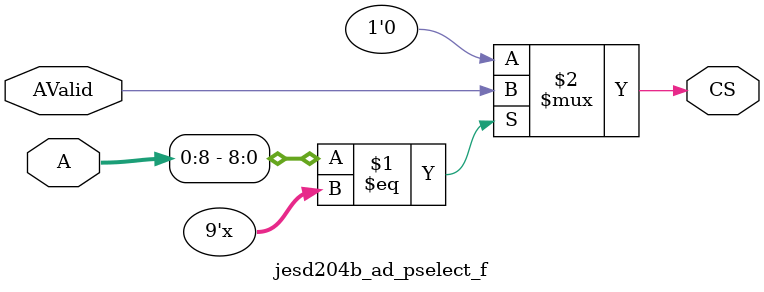
<source format=v>
`timescale 1 ps/1 ps

module jesd204b_ad_pselect_f ( A, AValid, CS) ;

parameter C_AB  = 9;
parameter C_AW  = 32;
parameter [0:C_AW - 1] C_BAR =  'bz;
parameter C_FAMILY  = "nofamily";
input[0:C_AW-1] A; 
input AValid; 
output CS; 
wire CS;
parameter [0:C_AB-1]BAR = C_BAR[0:C_AB-1];

//----------------------------------------------------------------------------
// Build a behavioral decoder
//----------------------------------------------------------------------------
generate
if (C_AB > 0) begin : XST_WA
assign CS = (A[0:C_AB - 1] == BAR[0:C_AB - 1]) ? AValid : 1'b0 ;
end
endgenerate

generate
if (C_AB == 0) begin : PASS_ON_GEN
assign CS = AValid ;
end
endgenerate
endmodule

</source>
